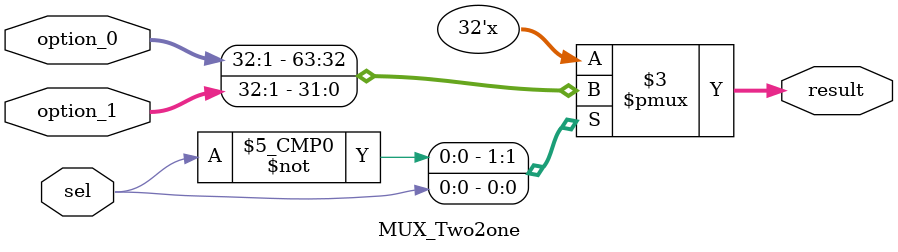
<source format=v>
`timescale 1ns / 1ps

`define zero 2'b00
`define one  2'b01
`define two  2'b10
`define three 2'b11

module MUX_Four2one(sel, option_0, option_1, option_2, option_3, result);
	 parameter WIDTH = 32;
	 input [1:0] sel;
	 input [WIDTH:1] option_0;
	 input [WIDTH:1] option_1;
	 input [WIDTH:1] option_2;
	 input [WIDTH:1] option_3;
	 output reg [WIDTH:1] result;
	 
	 initial begin
		result = 0;
	 end
	 
	always @(*) begin
		case(sel)
			`zero: result = option_0;
			`one:  result = option_1;
			`two:  result = option_2;
			`three:result = option_3;
			default:
				result = option_0;
		endcase
	end
	
endmodule

module MUX_Three2one(sel, option_0, option_1, option_2, result);
	 parameter WIDTH = 32;
	 input [1:0] sel;
	 input [WIDTH:1] option_0;
	 input [WIDTH:1] option_1;
	 input [WIDTH:1] option_2;
	 output reg [WIDTH:1] result;
	 
	 initial begin
		result = 0;
	 end
	 
	always @(*) begin
		case(sel)
			`zero: result = option_0;
			`one:  result = option_1;
			`two:  result = option_2;
			default:
				result = option_0;
		endcase
	end
	
endmodule

module MUX_Two2one (sel, option_0, option_1, result);
	parameter WIDTH = 32;
	input sel;
	input [WIDTH:1] option_0;
	input [WIDTH:1] option_1;
	output reg [WIDTH:1] result;
	
	initial begin
		result = 0;
	end
	
	//assign result = sel? option_1 : option_0;
	always @(*) begin
		case(sel)
			0: result = option_0;
			1: result = option_1;
			default:
				result = option_0;
		endcase
	end
endmodule

</source>
